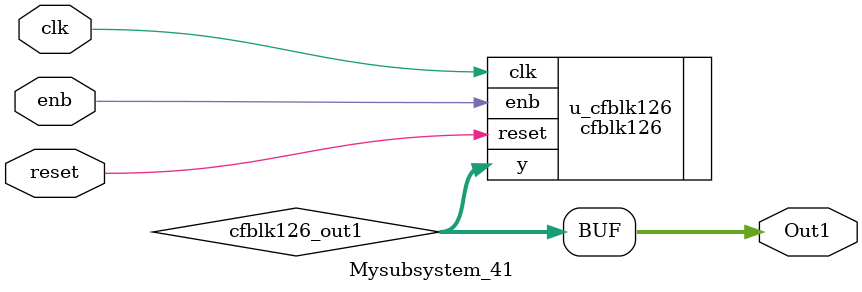
<source format=v>



`timescale 1 ns / 1 ns

module Mysubsystem_41
          (clk,
           reset,
           enb,
           Out1);


  input   clk;
  input   reset;
  input   enb;
  output  [15:0] Out1;  // uint16


  wire [15:0] cfblk126_out1;  // uint16


  cfblk126 u_cfblk126 (.clk(clk),
                       .reset(reset),
                       .enb(enb),
                       .y(cfblk126_out1)  // uint16
                       );

  assign Out1 = cfblk126_out1;

endmodule  // Mysubsystem_41


</source>
